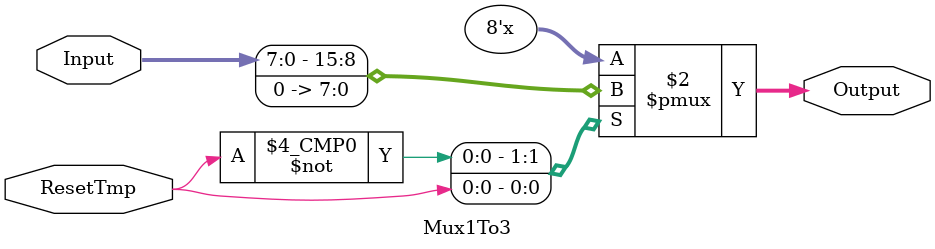
<source format=v>
module Mux1To3 #(parameter N = 8)
  (Input, ResetTmp, Output);
  input [N - 1:0] Input;
    input ResetTmp;
  output reg [N - 1:0] Output;

    always @(*) begin
        case(ResetTmp)
            0: Output = Input;
            1: Output = 8'b0;
        endcase
    end
endmodule
</source>
